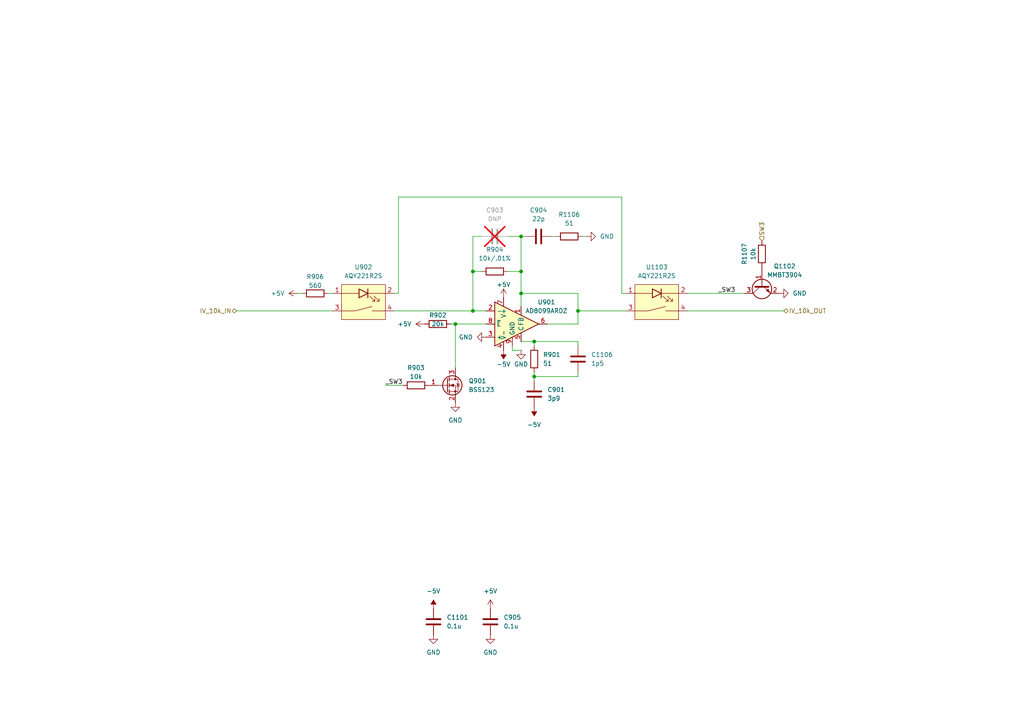
<source format=kicad_sch>
(kicad_sch (version 20250114) (generator "eeschema") (generator_version "9.0")
  (paper "A4")
  (lib_symbols
    (symbol "Device:C" (pin_numbers (hide yes)) (pin_names (offset 0.254))
      (property "Reference" "C" (at 0.635 2.54 0))
      (property "Value" "C" (at 0.635 -2.54 0))
      (symbol "C_0_1"
        (polyline (pts (xy -2.032 0.762) (xy 2.032 0.762)) (stroke (width 0.508)))
        (polyline (pts (xy -2.032 -0.762) (xy 2.032 -0.762)) (stroke (width 0.508)))
      )
      (symbol "C_1_1"
        (pin passive line (at 0 3.81 270) (length 2.794) (name "~") (number "1"))
        (pin passive line (at 0 -3.81 90) (length 2.794) (name "~") (number "2"))
      )
    )
    (symbol "Device:R" (pin_numbers (hide yes)) (pin_names (offset 0))
      (property "Reference" "R" (at 2.032 0 90))
      (property "Value" "R" (at 0 0 90))
      (symbol "R_0_1"
        (rectangle (start -1.016 -2.54) (end 1.016 2.54) (stroke (width 0.254)))
      )
      (symbol "R_1_1"
        (pin passive line (at 0 3.81 270) (length 1.27) (name "~") (number "1"))
        (pin passive line (at 0 -3.81 90) (length 1.27) (name "~") (number "2"))
      )
    )
    (symbol "ETH1LCR3:AD8099ARDZ"
      (property "Reference" "U" (at 10.922 6.604 0))
      (property "Value" "AD8099ARDZ" (at 10.668 4.318 0))
      (symbol "AD8099ARDZ_0_1"
        (polyline (pts (xy -5.08 6.35) (xy -5.08 -6.35) (xy 7.62 0) (xy -5.08 6.35)) (stroke (width 0.254)) (fill (type background)))
      )
      (symbol "AD8099ARDZ_1_0"
        (pin input line (at -7.62 3.81 0) (length 2.54) (name "-") (number "2"))
        (pin input line (at -7.62 0 0) (length 2.54) (name "~{E}") (number "8"))
        (pin input line (at -7.62 -3.81 0) (length 2.54) (name "+") (number "3"))
        (pin passive line (at -2.54 7.62 270) (length 2.54) (name "V+") (number "7"))
        (pin passive line (at -2.54 -7.62 90) (length 2.54) (name "V-") (number "4"))
        (pin passive line (at 0 -6.35 90) (length 2.54) (name "GND") (number "9"))
        (pin input line (at 2.54 5.08 270) (length 2.54) (name "FB") (number "1"))
        (pin passive line (at 2.54 -5.08 90) (length 2.54) (name "C") (number "5"))
        (pin output line (at 10.16 0 180) (length 2.54) (name "") (number "6"))
      )
    )
    (symbol "ETH1LCR3:AQY221R2S"
      (property "Reference" "U" (at 0 7.874 0))
      (property "Value" "AQY221R2S" (at 0 6.096 0))
      (symbol "AQY221R2S_0_1"
        (polyline (pts (xy -6.35 2.54) (xy -1.27 2.54)))
        (polyline (pts (xy -6.35 -2.54) (xy -2.54 -2.54) (xy 2.54 -1.27)))
        (polyline (pts (xy -1.27 1.27) (xy -1.27 3.81) (xy 1.27 2.54) (xy -1.27 1.27)) (stroke (width 0.254)))
        (polyline (pts (xy 1.27 2.54) (xy 6.35 2.54)))
        (polyline (pts (xy 1.27 1.27) (xy 1.27 3.81)) (stroke (width 0.254)))
        (polyline (pts (xy 1.778 1.778) (xy 3.302 0.254) (xy 2.54 0.254) (xy 3.302 0.254) (xy 3.302 1.016)))
        (polyline (pts (xy 2.54 -2.54) (xy 6.35 -2.54)))
        (polyline (pts (xy 3.048 1.778) (xy 4.572 0.254) (xy 3.81 0.254) (xy 4.572 0.254) (xy 4.572 1.016)))
      )
      (symbol "AQY221R2S_1_1"
        (rectangle (start -6.35 5.08) (end 6.35 -5.08) (fill (type background)))
        (pin passive line (at -8.89 2.54 0) (length 2.54) (name "") (number "1"))
        (pin bidirectional line (at -8.89 -2.54 0) (length 2.54) (name "") (number "3"))
        (pin passive line (at 8.89 2.54 180) (length 2.54) (name "") (number "2"))
        (pin bidirectional line (at 8.89 -2.54 180) (length 2.54) (name "") (number "4"))
      )
    )
    (symbol "Transistor_BJT:MMBT3904" (pin_names (offset 0) (hide yes))
      (property "Reference" "Q" (at 5.08 1.905 0))
      (property "Value" "MMBT3904" (at 5.08 0 0))
      (symbol "MMBT3904_0_1"
        (polyline (pts (xy 0.635 1.905) (xy 0.635 -1.905) (xy 0.635 -1.905)) (stroke (width 0.508)))
        (polyline (pts (xy 0.635 0.635) (xy 2.54 2.54)))
        (polyline (pts (xy 0.635 -0.635) (xy 2.54 -2.54) (xy 2.54 -2.54)))
        (circle (center 1.27 0) (radius 2.8194) (stroke (width 0.254)))
        (polyline (pts (xy 1.27 -1.778) (xy 1.778 -1.27) (xy 2.286 -2.286) (xy 1.27 -1.778) (xy 1.27 -1.778)) (fill (type outline)))
      )
      (symbol "MMBT3904_1_1"
        (pin input line (at -5.08 0 0) (length 5.715) (name "B") (number "1"))
        (pin passive line (at 2.54 5.08 270) (length 2.54) (name "C") (number "3"))
        (pin passive line (at 2.54 -5.08 90) (length 2.54) (name "E") (number "2"))
      )
    )
    (symbol "Transistor_FET:BSS123" (pin_names (hide yes))
      (property "Reference" "Q" (at 5.08 1.905 0))
      (property "Value" "BSS123" (at 5.08 0 0))
      (symbol "BSS123_0_1"
        (polyline (pts (xy 0.254 1.905) (xy 0.254 -1.905)) (stroke (width 0.254)))
        (polyline (pts (xy 0.254 0) (xy -2.54 0)))
        (polyline (pts (xy 0.762 2.286) (xy 0.762 1.27)) (stroke (width 0.254)))
        (polyline (pts (xy 0.762 0.508) (xy 0.762 -0.508)) (stroke (width 0.254)))
        (polyline (pts (xy 0.762 -1.27) (xy 0.762 -2.286)) (stroke (width 0.254)))
        (polyline (pts (xy 0.762 -1.778) (xy 3.302 -1.778) (xy 3.302 1.778) (xy 0.762 1.778)))
        (polyline (pts (xy 1.016 0) (xy 2.032 0.381) (xy 2.032 -0.381) (xy 1.016 0)) (fill (type outline)))
        (circle (center 1.651 0) (radius 2.794) (stroke (width 0.254)))
        (polyline (pts (xy 2.54 2.54) (xy 2.54 1.778)))
        (circle (center 2.54 1.778) (radius 0.254) (fill (type outline)))
        (circle (center 2.54 -1.778) (radius 0.254) (fill (type outline)))
        (polyline (pts (xy 2.54 -2.54) (xy 2.54 0) (xy 0.762 0)))
        (polyline (pts (xy 2.794 0.508) (xy 2.921 0.381) (xy 3.683 0.381) (xy 3.81 0.254)))
        (polyline (pts (xy 3.302 0.381) (xy 2.921 -0.254) (xy 3.683 -0.254) (xy 3.302 0.381)))
      )
      (symbol "BSS123_1_1"
        (pin input line (at -5.08 0 0) (length 2.54) (name "G") (number "1"))
        (pin passive line (at 2.54 5.08 270) (length 2.54) (name "D") (number "3"))
        (pin passive line (at 2.54 -5.08 90) (length 2.54) (name "S") (number "2"))
      )
    )
    (symbol "power:+5V" (power) (pin_numbers (hide yes)) (pin_names (offset 0) (hide yes))
      (property "Value" "+5V" (at 0 3.556 0))
      (symbol "+5V_0_1"
        (polyline (pts (xy -0.762 1.27) (xy 0 2.54)))
        (polyline (pts (xy 0 2.54) (xy 0.762 1.27)))
        (polyline (pts (xy 0 0) (xy 0 2.54)))
      )
      (symbol "+5V_1_1"
        (pin power_in line (at 0 0 90) (length 0) (name "~") (number "1"))
      )
    )
    (symbol "power:-5V" (power) (pin_numbers (hide yes)) (pin_names (offset 0) (hide yes))
      (property "Value" "-5V" (at 0 3.556 0))
      (symbol "-5V_0_0"
        (pin power_in line (at 0 0 90) (length 0) (name "~") (number "1"))
      )
      (symbol "-5V_0_1"
        (polyline (pts (xy 0 0) (xy 0 1.27) (xy 0.762 1.27) (xy 0 2.54) (xy -0.762 1.27) (xy 0 1.27)) (fill (type outline)))
      )
    )
    (symbol "power:GND" (power) (pin_numbers (hide yes)) (pin_names (offset 0) (hide yes))
      (property "Value" "GND" (at 0 -3.81 0))
      (symbol "GND_0_1"
        (polyline (pts (xy 0 0) (xy 0 -1.27) (xy 1.27 -1.27) (xy 0 -2.54) (xy -1.27 -1.27) (xy 0 -1.27)))
      )
      (symbol "GND_1_1"
        (pin power_in line (at 0 0 270) (length 0) (name "~") (number "1"))
      )
    )
  )
  (junction (at 154.94 99.06))
  (junction (at 137.16 78.74))
  (junction (at 132.08 93.98))
  (junction (at 154.94 109.22))
  (junction (at 151.13 78.74))
  (junction (at 151.13 68.58))
  (junction (at 167.64 90.17))
  (junction (at 151.13 85.09))
  (junction (at 137.16 90.17))
  (wire (pts (xy 137.16 78.74) (xy 139.7 78.74)))
  (wire (pts (xy 137.16 68.58) (xy 137.16 78.74)))
  (wire (pts (xy 151.13 101.6) (xy 148.59 101.6)))
  (wire (pts (xy 151.13 99.06) (xy 154.94 99.06)))
  (wire (pts (xy 137.16 90.17) (xy 137.16 78.74)))
  (wire (pts (xy 180.34 85.09) (xy 181.61 85.09)))
  (wire (pts (xy 167.64 99.06) (xy 167.64 100.33)))
  (wire (pts (xy 154.94 109.22) (xy 154.94 110.49)))
  (wire (pts (xy 132.08 93.98) (xy 132.08 106.68)))
  (wire (pts (xy 151.13 78.74) (xy 151.13 85.09)))
  (wire (pts (xy 151.13 78.74) (xy 151.13 68.58)))
  (wire (pts (xy 115.57 85.09) (xy 115.57 57.15)))
  (wire (pts (xy 111.76 111.76) (xy 116.84 111.76)))
  (wire (pts (xy 114.3 90.17) (xy 137.16 90.17)))
  (wire (pts (xy 86.36 85.09) (xy 87.63 85.09)))
  (wire (pts (xy 167.64 90.17) (xy 167.64 93.98)))
  (wire (pts (xy 154.94 99.06) (xy 167.64 99.06)))
  (wire (pts (xy 167.64 107.95) (xy 167.64 109.22)))
  (wire (pts (xy 180.34 57.15) (xy 180.34 85.09)))
  (wire (pts (xy 154.94 100.33) (xy 154.94 99.06)))
  (wire (pts (xy 170.18 68.58) (xy 168.91 68.58)))
  (wire (pts (xy 130.81 93.98) (xy 132.08 93.98)))
  (wire (pts (xy 68.58 90.17) (xy 96.52 90.17)))
  (wire (pts (xy 151.13 68.58) (xy 152.4 68.58)))
  (wire (pts (xy 151.13 88.9) (xy 151.13 85.09)))
  (wire (pts (xy 154.94 107.95) (xy 154.94 109.22)))
  (wire (pts (xy 147.32 78.74) (xy 151.13 78.74)))
  (wire (pts (xy 199.39 90.17) (xy 227.33 90.17)))
  (wire (pts (xy 167.64 93.98) (xy 158.75 93.98)))
  (wire (pts (xy 132.08 93.98) (xy 140.97 93.98)))
  (wire (pts (xy 161.29 68.58) (xy 160.02 68.58)))
  (wire (pts (xy 115.57 57.15) (xy 180.34 57.15)))
  (wire (pts (xy 167.64 90.17) (xy 181.61 90.17)))
  (wire (pts (xy 167.64 85.09) (xy 167.64 90.17)))
  (wire (pts (xy 151.13 68.58) (xy 147.32 68.58)))
  (wire (pts (xy 139.7 68.58) (xy 137.16 68.58)))
  (wire (pts (xy 140.97 90.17) (xy 137.16 90.17)))
  (wire (pts (xy 167.64 109.22) (xy 154.94 109.22)))
  (wire (pts (xy 95.25 85.09) (xy 96.52 85.09)))
  (wire (pts (xy 114.3 85.09) (xy 115.57 85.09)))
  (wire (pts (xy 148.59 100.33) (xy 148.59 101.6)))
  (wire (pts (xy 151.13 85.09) (xy 167.64 85.09)))
  (wire (pts (xy 199.39 85.09) (xy 215.9 85.09)))
  (label "_SW3" (at 208.28 85.09 0))
  (label "_SW3" (at 111.76 111.76 0))
  (hierarchical_label "IV_10k_IN" (shape bidirectional) (at 68.58 90.17 180))
  (hierarchical_label "SW3" (shape input) (at 220.98 69.85 90))
  (hierarchical_label "IV_10k_OUT" (shape bidirectional) (at 227.33 90.17 0))
  (symbol (lib_id "power:GND") (at 132.08 116.84 0) (unit 1)
    (property "Reference" "#PWR01105" (effects (hide yes)))
    (property "Value" "GND" (at 132.08 121.92 0))
    (property "Description" "Power symbol creates a global label with name \"GND\" , ground" (effects (hide yes)))
  )
  (symbol (lib_id "power:GND") (at 125.73 184.15 0) (unit 1)
    (property "Reference" "#PWR01104" (effects (hide yes)))
    (property "Value" "GND" (at 125.73 189.23 0))
    (property "Description" "Power symbol creates a global label with name \"GND\" , ground" (effects (hide yes)))
  )
  (symbol (lib_id "Device:C") (at 125.73 180.34 0) (unit 1)
    (property "Reference" "C1101" (at 129.54 179.0699 0) (effects (justify left)))
    (property "Value" "0.1u" (at 129.54 181.6099 0) (effects (justify left)))
    (property "Footprint" "Capacitor_SMD:C_0603_1608Metric_Pad1.08x0.95mm_HandSolder" (effects (hide yes)))
    (property "Description" "Unpolarized capacitor" (effects (hide yes)))
  )
  (symbol (lib_id "Device:C") (at 167.64 104.14 0) (unit 1)
    (property "Reference" "C1106" (at 171.45 102.8699 0) (effects (justify left)))
    (property "Value" "1p5" (at 171.45 105.4099 0) (effects (justify left)))
    (property "Footprint" "Capacitor_SMD:C_0603_1608Metric_Pad1.08x0.95mm_HandSolder" (effects (hide yes)))
    (property "Description" "Unpolarized capacitor" (effects (hide yes)))
  )
  (symbol (lib_id "power:+5V") (at 146.05 86.36 0) (unit 1)
    (property "Reference" "#PWR01109" (effects (hide yes)))
    (property "Value" "+5V" (at 146.05 82.55 0))
    (property "Description" "Power symbol creates a global label with name \"+5V\"" (effects (hide yes)))
    (instances (project "" (path "" (reference "#PWR0905") (unit 1)) (path "" (reference "#PWR01109") (unit 1))))
  )
  (symbol (lib_id "power:GND") (at 151.13 101.6 0) (unit 1)
    (property "Reference" "#PWR01111" (effects (hide yes)))
    (property "Value" "GND" (at 151.13 105.664 0))
    (property "Description" "Power symbol creates a global label with name \"GND\" , ground" (effects (hide yes)))
  )
  (symbol (lib_id "ETH1LCR3:AD8099ARDZ") (at 148.59 93.98 0) (unit 1)
    (property "Reference" "U1102" (at 158.496 87.63 0))
    (property "Value" "AD8099ARDZ" (at 158.496 90.17 0))
    (property "Footprint" "Package_SO:SOIC-8-1EP_3.9x4.9mm_P1.27mm_EP2.29x3mm_ThermalVias" (effects (hide yes)))
    (property "Datasheet" "https://www.analog.com/media/en/technical-documentation/data-sheets/AD8099.pdf" (effects (hide yes)))
    (property "Description" "Ultralow Distortion, High Speed, 0.95 nV/√Hz Voltage Noise Op Amp" (effects (hide yes)))
    (instances (project "" (path "" (reference "U901") (unit 1)) (path "" (reference "U1102") (unit 1))))
  )
  (symbol (lib_id "Device:C") (at 156.21 68.58 90) (unit 1)
    (property "Reference" "C1105" (at 156.21 60.96 90))
    (property "Value" "22p" (at 156.21 63.5 90))
    (property "Footprint" "Capacitor_SMD:C_0603_1608Metric_Pad1.08x0.95mm_HandSolder" (effects (hide yes)))
    (property "Description" "Unpolarized capacitor" (effects (hide yes)))
    (instances (project "" (path "" (reference "C904") (unit 1)) (path "" (reference "C1105") (unit 1))))
  )
  (symbol (lib_id "Device:R") (at 165.1 68.58 90) (unit 1)
    (property "Reference" "R1106" (at 165.1 62.23 90))
    (property "Value" "51" (at 165.1 64.77 90))
    (property "Footprint" "Resistor_SMD:R_0603_1608Metric_Pad0.98x0.95mm_HandSolder" (effects (hide yes)))
    (property "Description" "Resistor" (effects (hide yes)))
  )
  (symbol (lib_id "Device:C") (at 154.94 114.3 0) (unit 1)
    (property "Reference" "C1104" (at 158.75 113.0299 0) (effects (justify left)))
    (property "Value" "3p9" (at 158.75 115.5699 0) (effects (justify left)))
    (property "Footprint" "Capacitor_SMD:C_0603_1608Metric_Pad1.08x0.95mm_HandSolder" (effects (hide yes)))
    (property "Description" "Unpolarized capacitor" (effects (hide yes)))
    (instances (project "" (path "" (reference "C901") (unit 1)) (path "" (reference "C1104") (unit 1))))
  )
  (symbol (lib_id "Device:C") (at 142.24 180.34 0) (unit 1)
    (property "Reference" "C1102" (at 146.05 179.0699 0) (effects (justify left)))
    (property "Value" "0.1u" (at 146.05 181.6099 0) (effects (justify left)))
    (property "Footprint" "Capacitor_SMD:C_0603_1608Metric_Pad1.08x0.95mm_HandSolder" (effects (hide yes)))
    (property "Description" "Unpolarized capacitor" (effects (hide yes)))
    (instances (project "" (path "" (reference "C905") (unit 1)) (path "" (reference "C1102") (unit 1))))
  )
  (symbol (lib_id "Device:R") (at 91.44 85.09 90) (unit 1)
    (property "Reference" "R1101" (at 91.44 80.264 90))
    (property "Value" "560" (at 91.44 82.804 90))
    (property "Footprint" "Resistor_SMD:R_0603_1608Metric_Pad0.98x0.95mm_HandSolder" (effects (hide yes)))
    (property "Description" "Resistor" (effects (hide yes)))
    (instances (project "" (path "" (reference "R906") (unit 1)) (path "" (reference "R1101") (unit 1))))
  )
  (symbol (lib_id "power:+5V") (at 123.19 93.98 90) (unit 1)
    (property "Reference" "#PWR01102" (effects (hide yes)))
    (property "Value" "+5V" (at 119.38 93.9799 90) (effects (justify left)))
    (property "Description" "Power symbol creates a global label with name \"+5V\"" (effects (hide yes)))
    (instances (project "" (path "" (reference "#PWR0904") (unit 1)) (path "" (reference "#PWR01102") (unit 1))))
  )
  (symbol (lib_id "ETH1LCR3:AQY221R2S") (at 190.5 87.63 0) (unit 1)
    (property "Reference" "U1103" (at 190.5 77.47 0))
    (property "Value" "AQY221R2S" (at 190.5 80.01 0))
    (property "Footprint" "Package_SO:SOP-4_3.8x4.1mm_P2.54mm" (effects (hide yes)))
    (property "Description" "RF SOP 1 Form A C×R10" (effects (hide yes)))
  )
  (symbol (lib_id "Device:R") (at 127 93.98 90) (unit 1)
    (property "Reference" "R1103" (at 127 91.44 90))
    (property "Value" "20k" (at 127 93.98 90))
    (property "Footprint" "Resistor_SMD:R_0603_1608Metric_Pad0.98x0.95mm_HandSolder" (effects (hide yes)))
    (property "Description" "Resistor" (effects (hide yes)))
    (instances (project "" (path "" (reference "R902") (unit 1)) (path "" (reference "R1103") (unit 1))))
  )
  (symbol (lib_id "power:GND") (at 170.18 68.58 90) (unit 1)
    (property "Reference" "#PWR01113" (effects (hide yes)))
    (property "Value" "GND" (at 173.99 68.5799 90) (effects (justify right)))
    (property "Description" "Power symbol creates a global label with name \"GND\" , ground" (effects (hide yes)))
    (instances (project "" (path "" (reference "#PWR0907") (unit 1)) (path "" (reference "#PWR01113") (unit 1))))
  )
  (symbol (lib_id "Transistor_FET:BSS123") (at 129.54 111.76 0) (unit 1)
    (property "Reference" "Q1101" (at 135.89 110.4899 0) (effects (justify left)))
    (property "Value" "BSS123" (at 135.89 113.0299 0) (effects (justify left)))
    (property "Footprint" "Package_TO_SOT_SMD:SOT-23" (effects (hide yes)))
    (property "Datasheet" "http://www.diodes.com/assets/Datasheets/ds30366.pdf" (effects (hide yes)))
    (property "Description" "0.17A Id, 100V Vds, N-Channel MOSFET, SOT-23" (effects (hide yes)))
    (instances (project "" (path "" (reference "Q901") (unit 1)) (path "" (reference "Q1101") (unit 1))))
  )
  (symbol (lib_id "power:-5V") (at 125.73 176.53 0) (unit 1)
    (property "Reference" "#PWR01103" (effects (hide yes)))
    (property "Value" "-5V" (at 125.73 171.45 0))
    (property "Description" "Power symbol creates a global label with name \"-5V\"" (effects (hide yes)))
  )
  (symbol (lib_id "power:GND") (at 226.06 85.09 90) (unit 1)
    (property "Reference" "#PWR01114" (effects (hide yes)))
    (property "Value" "GND" (at 229.87 85.0899 90) (effects (justify right)))
    (property "Description" "Power symbol creates a global label with name \"GND\" , ground" (effects (hide yes)))
  )
  (symbol (lib_id "Device:R") (at 120.65 111.76 90) (unit 1)
    (property "Reference" "R1102" (at 120.65 106.68 90))
    (property "Value" "10k" (at 120.65 109.22 90))
    (property "Footprint" "Resistor_SMD:R_0603_1608Metric_Pad0.98x0.95mm_HandSolder" (effects (hide yes)))
    (property "Description" "Resistor" (effects (hide yes)))
    (instances (project "" (path "" (reference "R903") (unit 1)) (path "" (reference "R1102") (unit 1))))
  )
  (symbol (lib_id "Device:R") (at 154.94 104.14 0) (unit 1)
    (property "Reference" "R1105" (at 157.48 102.8699 0) (effects (justify left)))
    (property "Value" "51" (at 157.48 105.4099 0) (effects (justify left)))
    (property "Footprint" "Resistor_SMD:R_0603_1608Metric_Pad0.98x0.95mm_HandSolder" (effects (hide yes)))
    (property "Description" "Resistor" (effects (hide yes)))
    (instances (project "" (path "" (reference "R901") (unit 1)) (path "" (reference "R1105") (unit 1))))
  )
  (symbol (lib_id "ETH1LCR3:AQY221R2S") (at 105.41 87.63 0) (unit 1)
    (property "Reference" "U1101" (at 105.41 77.47 0))
    (property "Value" "AQY221R2S" (at 105.41 80.01 0))
    (property "Footprint" "Package_SO:SOP-4_3.8x4.1mm_P2.54mm" (effects (hide yes)))
    (property "Description" "RF SOP 1 Form A C×R10" (effects (hide yes)))
    (instances (project "" (path "" (reference "U902") (unit 1)) (path "" (reference "U1101") (unit 1))))
  )
  (symbol (lib_id "Device:R") (at 143.51 78.74 90) (unit 1)
    (property "Reference" "R1104" (at 143.51 72.39 90))
    (property "Value" "10k/.01%" (at 143.51 74.93 90))
    (property "Footprint" "Resistor_SMD:R_0603_1608Metric_Pad0.98x0.95mm_HandSolder" (effects (hide yes)))
    (property "Description" "Resistor" (effects (hide yes)))
    (instances (project "" (path "" (reference "R904") (unit 1)) (path "" (reference "R1104") (unit 1))))
  )
  (symbol (lib_id "Device:R") (at 220.98 73.66 180) (unit 1)
    (property "Reference" "R1107" (at 215.9 73.66 90))
    (property "Value" "10k" (at 218.44 73.66 90))
    (property "Footprint" "Resistor_SMD:R_0603_1608Metric_Pad0.98x0.95mm_HandSolder" (effects (hide yes)))
    (property "Description" "Resistor" (effects (hide yes)))
  )
  (symbol (lib_id "power:+5V") (at 86.36 85.09 90) (unit 1)
    (property "Reference" "#PWR01101" (effects (hide yes)))
    (property "Value" "+5V" (at 82.55 85.0899 90) (effects (justify left)))
    (property "Description" "Power symbol creates a global label with name \"+5V\"" (effects (hide yes)))
    (instances (project "" (path "" (reference "#PWR0908") (unit 1)) (path "" (reference "#PWR01101") (unit 1))))
  )
  (symbol (lib_id "Transistor_BJT:MMBT3904") (at 220.98 82.55 90) (mirror x) (unit 1)
    (property "Reference" "Q1102" (at 227.584 77.216 90))
    (property "Value" "MMBT3904" (at 227.584 79.756 90))
    (property "Footprint" "Package_TO_SOT_SMD:SOT-23" (effects (hide yes)))
    (property "Datasheet" "https://www.onsemi.com/pdf/datasheet/pzt3904-d.pdf" (effects (hide yes)))
    (property "Description" "0.2A Ic, 40V Vce, Small Signal NPN Transistor, SOT-23" (effects (hide yes)))
  )
  (symbol (lib_id "Device:C") (at 143.51 68.58 90) (unit 1) (in_bom no) (dnp yes)
    (property "Reference" "C1103" (at 143.51 60.96 90))
    (property "Value" "DNP" (at 143.51 63.5 90))
    (property "Footprint" "Capacitor_SMD:C_0603_1608Metric_Pad1.08x0.95mm_HandSolder" (effects (hide yes)))
    (property "Description" "Unpolarized capacitor" (effects (hide yes)))
    (instances (project "" (path "" (reference "C903") (unit 1)) (path "" (reference "C1103") (unit 1))))
  )
  (symbol (lib_id "power:-5V") (at 146.05 101.6 180) (unit 1)
    (property "Reference" "#PWR01110" (effects (hide yes)))
    (property "Value" "-5V" (at 146.05 105.664 0))
    (property "Description" "Power symbol creates a global label with name \"-5V\"" (effects (hide yes)))
    (instances (project "" (path "" (reference "#PWR0906") (unit 1)) (path "" (reference "#PWR01110") (unit 1))))
  )
  (symbol (lib_id "power:+5V") (at 142.24 176.53 0) (unit 1)
    (property "Reference" "#PWR01107" (effects (hide yes)))
    (property "Value" "+5V" (at 142.24 171.45 0))
    (property "Description" "Power symbol creates a global label with name \"+5V\"" (effects (hide yes)))
  )
  (symbol (lib_id "power:GND") (at 140.97 97.79 270) (unit 1)
    (property "Reference" "#PWR01106" (effects (hide yes)))
    (property "Value" "GND" (at 137.16 97.7899 90) (effects (justify right)))
    (property "Description" "Power symbol creates a global label with name \"GND\" , ground" (effects (hide yes)))
    (instances (project "" (path "" (reference "#PWR0902") (unit 1)) (path "" (reference "#PWR01106") (unit 1))))
  )
  (symbol (lib_id "power:-5V") (at 154.94 118.11 180) (unit 1)
    (property "Reference" "#PWR01112" (effects (hide yes)))
    (property "Value" "-5V" (at 154.94 123.19 0))
    (property "Description" "Power symbol creates a global label with name \"-5V\"" (effects (hide yes)))
    (instances (project "" (path "" (reference "#PWR0901") (unit 1)) (path "" (reference "#PWR01112") (unit 1))))
  )
  (symbol (lib_id "power:GND") (at 142.24 184.15 0) (unit 1)
    (property "Reference" "#PWR01108" (effects (hide yes)))
    (property "Value" "GND" (at 142.24 189.23 0))
    (property "Description" "Power symbol creates a global label with name \"GND\" , ground" (effects (hide yes)))
  )
)
</source>
